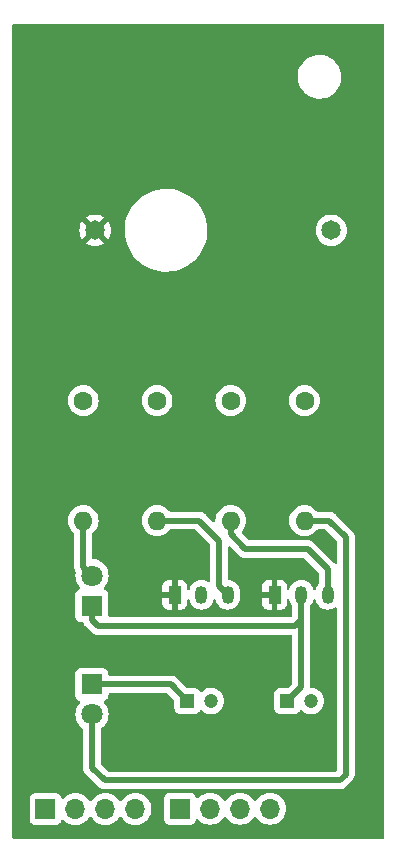
<source format=gbr>
%TF.GenerationSoftware,KiCad,Pcbnew,7.0.7*%
%TF.CreationDate,2024-04-14T11:19:25+09:00*%
%TF.ProjectId,PCB_AstMul,5043425f-4173-4744-9d75-6c2e6b696361,rev?*%
%TF.SameCoordinates,Original*%
%TF.FileFunction,Copper,L2,Bot*%
%TF.FilePolarity,Positive*%
%FSLAX46Y46*%
G04 Gerber Fmt 4.6, Leading zero omitted, Abs format (unit mm)*
G04 Created by KiCad (PCBNEW 7.0.7) date 2024-04-14 11:19:25*
%MOMM*%
%LPD*%
G01*
G04 APERTURE LIST*
%TA.AperFunction,ComponentPad*%
%ADD10R,1.050000X1.500000*%
%TD*%
%TA.AperFunction,ComponentPad*%
%ADD11O,1.050000X1.500000*%
%TD*%
%TA.AperFunction,ComponentPad*%
%ADD12R,1.800000X1.800000*%
%TD*%
%TA.AperFunction,ComponentPad*%
%ADD13C,1.800000*%
%TD*%
%TA.AperFunction,ComponentPad*%
%ADD14C,1.600000*%
%TD*%
%TA.AperFunction,ComponentPad*%
%ADD15O,1.600000X1.600000*%
%TD*%
%TA.AperFunction,ComponentPad*%
%ADD16R,1.200000X1.200000*%
%TD*%
%TA.AperFunction,ComponentPad*%
%ADD17C,1.200000*%
%TD*%
%TA.AperFunction,ComponentPad*%
%ADD18C,1.650000*%
%TD*%
%TA.AperFunction,ComponentPad*%
%ADD19R,1.700000X1.700000*%
%TD*%
%TA.AperFunction,ComponentPad*%
%ADD20O,1.700000X1.700000*%
%TD*%
%TA.AperFunction,ViaPad*%
%ADD21C,0.800000*%
%TD*%
%TA.AperFunction,ViaPad*%
%ADD22C,5.000000*%
%TD*%
%TA.AperFunction,Conductor*%
%ADD23C,0.500000*%
%TD*%
G04 APERTURE END LIST*
D10*
%TO.P,Q2,1,E*%
%TO.N,GND*%
X71691250Y-68360000D03*
D11*
%TO.P,Q2,2,C*%
%TO.N,Net-(D2-K)*%
X73961250Y-68360000D03*
%TO.P,Q2,3,B*%
%TO.N,Net-(Q2-B)*%
X76191250Y-68360000D03*
%TD*%
D12*
%TO.P,D1,1,K*%
%TO.N,Net-(D1-K)*%
X56231250Y-75955000D03*
D13*
%TO.P,D1,2,A*%
%TO.N,Net-(D1-A)*%
X56231250Y-78495000D03*
%TD*%
D14*
%TO.P,R1,1*%
%TO.N,+3V0*%
X74231250Y-51920000D03*
D15*
%TO.P,R1,2*%
%TO.N,Net-(D1-A)*%
X74231250Y-62080000D03*
%TD*%
D10*
%TO.P,Q1,1,E*%
%TO.N,GND*%
X63231250Y-68360000D03*
D11*
%TO.P,Q1,2,C*%
%TO.N,Net-(D1-K)*%
X65501250Y-68360000D03*
%TO.P,Q1,3,B*%
%TO.N,Net-(Q1-B)*%
X67731250Y-68360000D03*
%TD*%
D14*
%TO.P,R3,1*%
%TO.N,+3V0*%
X61743750Y-51920000D03*
D15*
%TO.P,R3,2*%
%TO.N,Net-(Q1-B)*%
X61743750Y-62080000D03*
%TD*%
D16*
%TO.P,C2,1*%
%TO.N,Net-(D2-K)*%
X72778871Y-77360000D03*
D17*
%TO.P,C2,2*%
%TO.N,Net-(Q1-B)*%
X74778871Y-77360000D03*
%TD*%
D18*
%TO.P,U1,1,1*%
%TO.N,GND*%
X56500000Y-37500000D03*
%TO.P,U1,2,2*%
%TO.N,+3V0*%
X76500000Y-37500000D03*
%TD*%
D12*
%TO.P,D2,1,K*%
%TO.N,Net-(D2-K)*%
X56231250Y-69275000D03*
D13*
%TO.P,D2,2,A*%
%TO.N,Net-(D2-A)*%
X56231250Y-66735000D03*
%TD*%
D16*
%TO.P,C1,1*%
%TO.N,Net-(D1-K)*%
X64318871Y-77360000D03*
D17*
%TO.P,C1,2*%
%TO.N,Net-(Q2-B)*%
X66318871Y-77360000D03*
%TD*%
D14*
%TO.P,R2,1*%
%TO.N,+3V0*%
X67987500Y-51920000D03*
D15*
%TO.P,R2,2*%
%TO.N,Net-(Q2-B)*%
X67987500Y-62080000D03*
%TD*%
D19*
%TO.P,REF\u002A\u002A,1*%
%TO.N,N/C*%
X63700000Y-86475000D03*
D20*
%TO.P,REF\u002A\u002A,2*%
X66240000Y-86475000D03*
%TO.P,REF\u002A\u002A,3*%
X68780000Y-86475000D03*
%TO.P,REF\u002A\u002A,4*%
X71320000Y-86475000D03*
%TD*%
D19*
%TO.P,REF\u002A\u002A,1*%
%TO.N,N/C*%
X52300000Y-86500000D03*
D20*
%TO.P,REF\u002A\u002A,2*%
X54840000Y-86500000D03*
%TO.P,REF\u002A\u002A,3*%
X57380000Y-86500000D03*
%TO.P,REF\u002A\u002A,4*%
X59920000Y-86500000D03*
%TD*%
D14*
%TO.P,R4,1*%
%TO.N,+3V0*%
X55500000Y-51920000D03*
D15*
%TO.P,R4,2*%
%TO.N,Net-(D2-A)*%
X55500000Y-62080000D03*
%TD*%
D21*
%TO.N,GND*%
X64500000Y-60500000D03*
X64500000Y-48500000D03*
D22*
X62500000Y-30000000D03*
%TD*%
D23*
%TO.N,GND*%
X64500000Y-48500000D02*
X64500000Y-60500000D01*
%TO.N,Net-(D1-K)*%
X56231250Y-75955000D02*
X62913871Y-75955000D01*
X62913871Y-75955000D02*
X64318871Y-77360000D01*
%TO.N,Net-(Q1-B)*%
X67731250Y-68360000D02*
X67000000Y-67628750D01*
X65311250Y-62080000D02*
X61743750Y-62080000D01*
X67000000Y-63768750D02*
X65311250Y-62080000D01*
X67000000Y-67628750D02*
X67000000Y-63768750D01*
%TO.N,Net-(D2-K)*%
X56731250Y-71000000D02*
X73461250Y-71000000D01*
X73961250Y-70500000D02*
X73961250Y-76177621D01*
X56231250Y-69275000D02*
X56231250Y-70500000D01*
X73461250Y-71000000D02*
X73961250Y-70500000D01*
X73961250Y-76177621D02*
X72778871Y-77360000D01*
X56231250Y-70500000D02*
X56731250Y-71000000D01*
X73961250Y-68360000D02*
X73961250Y-70500000D01*
%TO.N,Net-(Q2-B)*%
X76191250Y-66191250D02*
X76191250Y-68360000D01*
X67987500Y-63256250D02*
X69231250Y-64500000D01*
X67987500Y-62080000D02*
X67987500Y-63256250D01*
X69231250Y-64500000D02*
X74500000Y-64500000D01*
X74500000Y-64500000D02*
X76191250Y-66191250D01*
%TO.N,Net-(D1-A)*%
X57311250Y-84080000D02*
X56231250Y-83000000D01*
X74231250Y-62080000D02*
X76311250Y-62080000D01*
X76311250Y-62080000D02*
X77731250Y-63500000D01*
X77731250Y-63500000D02*
X77731250Y-83500000D01*
X77731250Y-83580000D02*
X77231250Y-84080000D01*
X56231250Y-83000000D02*
X56231250Y-78495000D01*
X77231250Y-84080000D02*
X57311250Y-84080000D01*
%TO.N,Net-(D2-A)*%
X55500000Y-66003750D02*
X56231250Y-66735000D01*
X55500000Y-62080000D02*
X55500000Y-66003750D01*
%TD*%
%TA.AperFunction,Conductor*%
%TO.N,GND*%
G36*
X80942539Y-20020185D02*
G01*
X80988294Y-20072989D01*
X80999500Y-20124500D01*
X80999500Y-88875500D01*
X80979815Y-88942539D01*
X80927011Y-88988294D01*
X80875500Y-88999500D01*
X49624500Y-88999500D01*
X49557461Y-88979815D01*
X49511706Y-88927011D01*
X49500500Y-88875500D01*
X49500500Y-87397870D01*
X50949500Y-87397870D01*
X50949501Y-87397876D01*
X50955908Y-87457483D01*
X51006202Y-87592328D01*
X51006206Y-87592335D01*
X51092452Y-87707544D01*
X51092455Y-87707547D01*
X51207664Y-87793793D01*
X51207671Y-87793797D01*
X51342517Y-87844091D01*
X51342516Y-87844091D01*
X51349444Y-87844835D01*
X51402127Y-87850500D01*
X53197872Y-87850499D01*
X53257483Y-87844091D01*
X53392331Y-87793796D01*
X53507546Y-87707546D01*
X53593796Y-87592331D01*
X53642810Y-87460916D01*
X53684681Y-87404984D01*
X53750145Y-87380566D01*
X53818418Y-87395417D01*
X53846673Y-87416569D01*
X53968599Y-87538495D01*
X54065384Y-87606264D01*
X54162165Y-87674032D01*
X54162167Y-87674033D01*
X54162170Y-87674035D01*
X54376337Y-87773903D01*
X54604592Y-87835063D01*
X54781034Y-87850500D01*
X54839999Y-87855659D01*
X54840000Y-87855659D01*
X54840001Y-87855659D01*
X54898966Y-87850500D01*
X55075408Y-87835063D01*
X55303663Y-87773903D01*
X55517830Y-87674035D01*
X55711401Y-87538495D01*
X55878495Y-87371401D01*
X56008424Y-87185842D01*
X56063002Y-87142217D01*
X56132500Y-87135023D01*
X56194855Y-87166546D01*
X56211575Y-87185842D01*
X56341500Y-87371395D01*
X56341505Y-87371401D01*
X56508599Y-87538495D01*
X56605384Y-87606264D01*
X56702165Y-87674032D01*
X56702167Y-87674033D01*
X56702170Y-87674035D01*
X56916337Y-87773903D01*
X57144592Y-87835063D01*
X57321034Y-87850500D01*
X57379999Y-87855659D01*
X57380000Y-87855659D01*
X57380001Y-87855659D01*
X57438966Y-87850500D01*
X57615408Y-87835063D01*
X57843663Y-87773903D01*
X58057830Y-87674035D01*
X58251401Y-87538495D01*
X58418495Y-87371401D01*
X58548424Y-87185842D01*
X58603002Y-87142217D01*
X58672500Y-87135023D01*
X58734855Y-87166546D01*
X58751575Y-87185842D01*
X58881500Y-87371395D01*
X58881505Y-87371401D01*
X59048599Y-87538495D01*
X59145384Y-87606264D01*
X59242165Y-87674032D01*
X59242167Y-87674033D01*
X59242170Y-87674035D01*
X59456337Y-87773903D01*
X59684592Y-87835063D01*
X59861034Y-87850500D01*
X59919999Y-87855659D01*
X59920000Y-87855659D01*
X59920001Y-87855659D01*
X59978966Y-87850500D01*
X60155408Y-87835063D01*
X60383663Y-87773903D01*
X60597830Y-87674035D01*
X60791401Y-87538495D01*
X60957026Y-87372870D01*
X62349500Y-87372870D01*
X62349501Y-87372876D01*
X62355908Y-87432483D01*
X62406202Y-87567328D01*
X62406206Y-87567335D01*
X62492452Y-87682544D01*
X62492455Y-87682547D01*
X62607664Y-87768793D01*
X62607671Y-87768797D01*
X62742517Y-87819091D01*
X62742516Y-87819091D01*
X62749444Y-87819835D01*
X62802127Y-87825500D01*
X64597872Y-87825499D01*
X64657483Y-87819091D01*
X64792331Y-87768796D01*
X64907546Y-87682546D01*
X64993796Y-87567331D01*
X65042810Y-87435916D01*
X65084681Y-87379984D01*
X65150145Y-87355566D01*
X65218418Y-87370417D01*
X65246672Y-87391568D01*
X65368599Y-87513495D01*
X65465384Y-87581264D01*
X65562165Y-87649032D01*
X65562167Y-87649033D01*
X65562170Y-87649035D01*
X65776337Y-87748903D01*
X66004592Y-87810063D01*
X66181034Y-87825500D01*
X66239999Y-87830659D01*
X66240000Y-87830659D01*
X66240001Y-87830659D01*
X66298966Y-87825500D01*
X66475408Y-87810063D01*
X66703663Y-87748903D01*
X66917830Y-87649035D01*
X67111401Y-87513495D01*
X67278495Y-87346401D01*
X67408424Y-87160842D01*
X67463002Y-87117217D01*
X67532500Y-87110023D01*
X67594855Y-87141546D01*
X67611575Y-87160842D01*
X67741500Y-87346395D01*
X67741505Y-87346401D01*
X67908599Y-87513495D01*
X68005384Y-87581264D01*
X68102165Y-87649032D01*
X68102167Y-87649033D01*
X68102170Y-87649035D01*
X68316337Y-87748903D01*
X68544592Y-87810063D01*
X68721034Y-87825500D01*
X68779999Y-87830659D01*
X68780000Y-87830659D01*
X68780001Y-87830659D01*
X68838966Y-87825500D01*
X69015408Y-87810063D01*
X69243663Y-87748903D01*
X69457830Y-87649035D01*
X69651401Y-87513495D01*
X69818495Y-87346401D01*
X69948424Y-87160842D01*
X70003002Y-87117217D01*
X70072500Y-87110023D01*
X70134855Y-87141546D01*
X70151575Y-87160842D01*
X70281500Y-87346395D01*
X70281505Y-87346401D01*
X70448599Y-87513495D01*
X70545384Y-87581264D01*
X70642165Y-87649032D01*
X70642167Y-87649033D01*
X70642170Y-87649035D01*
X70856337Y-87748903D01*
X71084592Y-87810063D01*
X71261034Y-87825500D01*
X71319999Y-87830659D01*
X71320000Y-87830659D01*
X71320001Y-87830659D01*
X71378966Y-87825500D01*
X71555408Y-87810063D01*
X71783663Y-87748903D01*
X71997830Y-87649035D01*
X72191401Y-87513495D01*
X72358495Y-87346401D01*
X72494035Y-87152830D01*
X72593903Y-86938663D01*
X72655063Y-86710408D01*
X72675659Y-86475000D01*
X72655063Y-86239592D01*
X72593903Y-86011337D01*
X72494035Y-85797171D01*
X72488425Y-85789158D01*
X72358494Y-85603597D01*
X72191402Y-85436506D01*
X72191395Y-85436501D01*
X71997834Y-85300967D01*
X71997830Y-85300965D01*
X71979574Y-85292452D01*
X71783663Y-85201097D01*
X71783659Y-85201096D01*
X71783655Y-85201094D01*
X71555413Y-85139938D01*
X71555403Y-85139936D01*
X71320001Y-85119341D01*
X71319999Y-85119341D01*
X71084596Y-85139936D01*
X71084586Y-85139938D01*
X70856344Y-85201094D01*
X70856335Y-85201098D01*
X70642171Y-85300964D01*
X70642169Y-85300965D01*
X70448597Y-85436505D01*
X70281505Y-85603597D01*
X70151575Y-85789158D01*
X70096998Y-85832783D01*
X70027500Y-85839977D01*
X69965145Y-85808454D01*
X69948425Y-85789158D01*
X69818494Y-85603597D01*
X69651402Y-85436506D01*
X69651395Y-85436501D01*
X69457834Y-85300967D01*
X69457830Y-85300965D01*
X69439574Y-85292452D01*
X69243663Y-85201097D01*
X69243659Y-85201096D01*
X69243655Y-85201094D01*
X69015413Y-85139938D01*
X69015403Y-85139936D01*
X68780001Y-85119341D01*
X68779999Y-85119341D01*
X68544596Y-85139936D01*
X68544586Y-85139938D01*
X68316344Y-85201094D01*
X68316335Y-85201098D01*
X68102171Y-85300964D01*
X68102169Y-85300965D01*
X67908597Y-85436505D01*
X67741505Y-85603597D01*
X67611575Y-85789158D01*
X67556998Y-85832783D01*
X67487500Y-85839977D01*
X67425145Y-85808454D01*
X67408425Y-85789158D01*
X67278494Y-85603597D01*
X67111402Y-85436506D01*
X67111395Y-85436501D01*
X66917834Y-85300967D01*
X66917830Y-85300965D01*
X66899574Y-85292452D01*
X66703663Y-85201097D01*
X66703659Y-85201096D01*
X66703655Y-85201094D01*
X66475413Y-85139938D01*
X66475403Y-85139936D01*
X66240001Y-85119341D01*
X66239999Y-85119341D01*
X66004596Y-85139936D01*
X66004586Y-85139938D01*
X65776344Y-85201094D01*
X65776335Y-85201098D01*
X65562171Y-85300964D01*
X65562169Y-85300965D01*
X65368600Y-85436503D01*
X65246673Y-85558430D01*
X65185350Y-85591914D01*
X65115658Y-85586930D01*
X65059725Y-85545058D01*
X65042810Y-85514081D01*
X64993797Y-85382671D01*
X64993793Y-85382664D01*
X64907547Y-85267455D01*
X64907544Y-85267452D01*
X64792335Y-85181206D01*
X64792328Y-85181202D01*
X64657482Y-85130908D01*
X64657483Y-85130908D01*
X64597883Y-85124501D01*
X64597881Y-85124500D01*
X64597873Y-85124500D01*
X64597864Y-85124500D01*
X62802129Y-85124500D01*
X62802123Y-85124501D01*
X62742516Y-85130908D01*
X62607671Y-85181202D01*
X62607664Y-85181206D01*
X62492455Y-85267452D01*
X62492452Y-85267455D01*
X62406206Y-85382664D01*
X62406202Y-85382671D01*
X62355908Y-85517517D01*
X62349501Y-85577116D01*
X62349500Y-85577135D01*
X62349500Y-87372870D01*
X60957026Y-87372870D01*
X60958495Y-87371401D01*
X61094035Y-87177830D01*
X61193903Y-86963663D01*
X61255063Y-86735408D01*
X61275659Y-86500000D01*
X61255063Y-86264592D01*
X61193903Y-86036337D01*
X61094035Y-85822171D01*
X61088425Y-85814158D01*
X60958494Y-85628597D01*
X60791402Y-85461506D01*
X60791395Y-85461501D01*
X60597834Y-85325967D01*
X60597830Y-85325965D01*
X60597828Y-85325964D01*
X60383663Y-85226097D01*
X60383659Y-85226096D01*
X60383655Y-85226094D01*
X60155413Y-85164938D01*
X60155403Y-85164936D01*
X59920001Y-85144341D01*
X59919999Y-85144341D01*
X59684596Y-85164936D01*
X59684586Y-85164938D01*
X59456344Y-85226094D01*
X59456335Y-85226098D01*
X59242171Y-85325964D01*
X59242169Y-85325965D01*
X59048597Y-85461505D01*
X58881508Y-85628594D01*
X58751574Y-85814160D01*
X58696997Y-85857784D01*
X58627498Y-85864977D01*
X58565144Y-85833455D01*
X58548429Y-85814164D01*
X58418495Y-85628599D01*
X58418493Y-85628596D01*
X58251402Y-85461506D01*
X58251395Y-85461501D01*
X58057834Y-85325967D01*
X58057830Y-85325965D01*
X58057828Y-85325964D01*
X57843663Y-85226097D01*
X57843659Y-85226096D01*
X57843655Y-85226094D01*
X57615413Y-85164938D01*
X57615403Y-85164936D01*
X57380001Y-85144341D01*
X57379999Y-85144341D01*
X57144596Y-85164936D01*
X57144586Y-85164938D01*
X56916344Y-85226094D01*
X56916335Y-85226098D01*
X56702171Y-85325964D01*
X56702169Y-85325965D01*
X56508597Y-85461505D01*
X56341505Y-85628597D01*
X56211575Y-85814158D01*
X56156998Y-85857783D01*
X56087500Y-85864977D01*
X56025145Y-85833454D01*
X56008425Y-85814158D01*
X55878494Y-85628597D01*
X55711402Y-85461506D01*
X55711395Y-85461501D01*
X55517834Y-85325967D01*
X55517830Y-85325965D01*
X55517828Y-85325964D01*
X55303663Y-85226097D01*
X55303659Y-85226096D01*
X55303655Y-85226094D01*
X55075413Y-85164938D01*
X55075403Y-85164936D01*
X54840001Y-85144341D01*
X54839999Y-85144341D01*
X54604596Y-85164936D01*
X54604586Y-85164938D01*
X54376344Y-85226094D01*
X54376335Y-85226098D01*
X54162171Y-85325964D01*
X54162169Y-85325965D01*
X53968600Y-85461503D01*
X53846673Y-85583430D01*
X53785350Y-85616914D01*
X53715658Y-85611930D01*
X53659725Y-85570058D01*
X53642810Y-85539081D01*
X53593797Y-85407671D01*
X53593793Y-85407664D01*
X53507547Y-85292455D01*
X53507544Y-85292452D01*
X53392335Y-85206206D01*
X53392328Y-85206202D01*
X53257482Y-85155908D01*
X53257483Y-85155908D01*
X53197883Y-85149501D01*
X53197881Y-85149500D01*
X53197873Y-85149500D01*
X53197864Y-85149500D01*
X51402129Y-85149500D01*
X51402123Y-85149501D01*
X51342516Y-85155908D01*
X51207671Y-85206202D01*
X51207664Y-85206206D01*
X51092455Y-85292452D01*
X51092452Y-85292455D01*
X51006206Y-85407664D01*
X51006202Y-85407671D01*
X50955908Y-85542517D01*
X50949501Y-85602116D01*
X50949500Y-85602135D01*
X50949500Y-87397870D01*
X49500500Y-87397870D01*
X49500500Y-62080001D01*
X54194532Y-62080001D01*
X54214364Y-62306686D01*
X54214366Y-62306697D01*
X54273258Y-62526488D01*
X54273261Y-62526497D01*
X54369431Y-62732732D01*
X54369432Y-62732734D01*
X54499954Y-62919141D01*
X54660859Y-63080046D01*
X54696621Y-63105086D01*
X54740247Y-63159662D01*
X54749500Y-63206662D01*
X54749500Y-65940044D01*
X54748191Y-65958013D01*
X54744710Y-65981775D01*
X54749264Y-66033814D01*
X54749500Y-66039220D01*
X54749500Y-66047459D01*
X54753306Y-66080024D01*
X54760000Y-66156541D01*
X54761461Y-66163617D01*
X54761403Y-66163628D01*
X54763034Y-66170987D01*
X54763092Y-66170974D01*
X54764757Y-66178000D01*
X54791025Y-66250174D01*
X54815185Y-66323081D01*
X54818236Y-66329624D01*
X54818182Y-66329648D01*
X54821470Y-66336438D01*
X54821521Y-66336413D01*
X54824760Y-66342862D01*
X54838851Y-66364287D01*
X54859242Y-66431115D01*
X54855455Y-66462862D01*
X54845115Y-66503693D01*
X54845115Y-66503695D01*
X54825950Y-66734993D01*
X54825950Y-66735006D01*
X54845114Y-66966297D01*
X54845116Y-66966308D01*
X54902092Y-67191300D01*
X54995325Y-67403848D01*
X55122266Y-67598147D01*
X55122269Y-67598151D01*
X55122271Y-67598153D01*
X55217053Y-67701114D01*
X55247974Y-67763767D01*
X55240114Y-67833193D01*
X55195966Y-67887348D01*
X55169156Y-67901277D01*
X55088919Y-67931203D01*
X55088914Y-67931206D01*
X54973705Y-68017452D01*
X54973702Y-68017455D01*
X54887456Y-68132664D01*
X54887452Y-68132671D01*
X54837158Y-68267517D01*
X54830751Y-68327116D01*
X54830751Y-68327123D01*
X54830750Y-68327135D01*
X54830750Y-70222870D01*
X54830751Y-70222876D01*
X54837158Y-70282483D01*
X54887452Y-70417328D01*
X54887456Y-70417335D01*
X54973702Y-70532544D01*
X54973705Y-70532547D01*
X55088914Y-70618793D01*
X55088921Y-70618797D01*
X55133868Y-70635561D01*
X55223767Y-70669091D01*
X55283377Y-70675500D01*
X55409232Y-70675499D01*
X55476271Y-70695183D01*
X55522026Y-70747987D01*
X55526938Y-70760494D01*
X55546435Y-70819331D01*
X55549486Y-70825874D01*
X55549432Y-70825898D01*
X55552720Y-70832688D01*
X55552771Y-70832663D01*
X55556011Y-70839113D01*
X55556012Y-70839114D01*
X55556013Y-70839117D01*
X55598215Y-70903283D01*
X55638537Y-70968655D01*
X55643016Y-70974319D01*
X55642969Y-70974356D01*
X55647732Y-70980202D01*
X55647778Y-70980164D01*
X55652423Y-70985700D01*
X55708267Y-71038385D01*
X56155520Y-71485638D01*
X56167301Y-71499270D01*
X56181638Y-71518528D01*
X56221659Y-71552111D01*
X56225647Y-71555766D01*
X56231466Y-71561585D01*
X56231470Y-71561588D01*
X56231473Y-71561591D01*
X56257209Y-71581940D01*
X56316036Y-71631302D01*
X56316037Y-71631302D01*
X56316039Y-71631304D01*
X56322068Y-71635270D01*
X56322035Y-71635319D01*
X56328397Y-71639372D01*
X56328429Y-71639321D01*
X56334569Y-71643108D01*
X56334573Y-71643111D01*
X56369382Y-71659343D01*
X56404191Y-71675575D01*
X56472815Y-71710039D01*
X56472817Y-71710040D01*
X56472819Y-71710040D01*
X56479607Y-71712511D01*
X56479586Y-71712567D01*
X56486707Y-71715043D01*
X56486726Y-71714986D01*
X56493572Y-71717254D01*
X56493577Y-71717257D01*
X56493582Y-71717258D01*
X56493585Y-71717259D01*
X56568815Y-71732792D01*
X56643529Y-71750500D01*
X56643532Y-71750500D01*
X56643536Y-71750501D01*
X56650703Y-71751339D01*
X56650696Y-71751398D01*
X56658194Y-71752164D01*
X56658200Y-71752105D01*
X56665389Y-71752734D01*
X56665393Y-71752733D01*
X56665394Y-71752734D01*
X56742167Y-71750500D01*
X73086750Y-71750500D01*
X73153789Y-71770185D01*
X73199544Y-71822989D01*
X73210750Y-71874500D01*
X73210750Y-75815391D01*
X73191065Y-75882430D01*
X73174431Y-75903072D01*
X72854321Y-76223181D01*
X72792998Y-76256666D01*
X72766640Y-76259500D01*
X72131000Y-76259500D01*
X72130994Y-76259501D01*
X72071387Y-76265908D01*
X71936542Y-76316202D01*
X71936535Y-76316206D01*
X71821326Y-76402452D01*
X71821323Y-76402455D01*
X71735077Y-76517664D01*
X71735073Y-76517671D01*
X71684779Y-76652517D01*
X71678372Y-76712116D01*
X71678371Y-76712135D01*
X71678371Y-78007870D01*
X71678372Y-78007876D01*
X71684779Y-78067483D01*
X71735073Y-78202328D01*
X71735077Y-78202335D01*
X71821323Y-78317544D01*
X71821326Y-78317547D01*
X71936535Y-78403793D01*
X71936542Y-78403797D01*
X72071388Y-78454091D01*
X72071387Y-78454091D01*
X72078315Y-78454835D01*
X72130998Y-78460500D01*
X73426743Y-78460499D01*
X73486354Y-78454091D01*
X73621202Y-78403796D01*
X73736417Y-78317546D01*
X73822667Y-78202331D01*
X73822668Y-78202326D01*
X73826918Y-78194546D01*
X73829133Y-78195755D01*
X73863001Y-78150509D01*
X73928464Y-78126088D01*
X73996738Y-78140937D01*
X74020855Y-78158135D01*
X74112829Y-78241980D01*
X74112831Y-78241982D01*
X74212012Y-78303392D01*
X74286234Y-78349348D01*
X74476415Y-78423024D01*
X74676895Y-78460500D01*
X74676897Y-78460500D01*
X74880845Y-78460500D01*
X74880847Y-78460500D01*
X75081327Y-78423024D01*
X75271508Y-78349348D01*
X75444912Y-78241981D01*
X75595635Y-78104579D01*
X75718544Y-77941821D01*
X75809453Y-77759250D01*
X75865268Y-77563083D01*
X75884086Y-77360000D01*
X75878414Y-77298793D01*
X75865268Y-77156917D01*
X75809946Y-76962483D01*
X75809453Y-76960750D01*
X75780635Y-76902876D01*
X75765143Y-76871764D01*
X75718544Y-76778179D01*
X75595635Y-76615421D01*
X75595633Y-76615418D01*
X75444912Y-76478019D01*
X75444910Y-76478017D01*
X75271513Y-76370655D01*
X75271506Y-76370651D01*
X75176417Y-76333814D01*
X75081327Y-76296976D01*
X74880847Y-76259500D01*
X74880845Y-76259500D01*
X74835750Y-76259500D01*
X74768711Y-76239815D01*
X74722956Y-76187011D01*
X74711750Y-76135500D01*
X74711750Y-70589344D01*
X74713414Y-70573055D01*
X74713355Y-70573050D01*
X74713984Y-70565860D01*
X74711750Y-70489082D01*
X74711750Y-69331386D01*
X74731435Y-69264347D01*
X74739897Y-69252721D01*
X74818047Y-69157495D01*
X74818051Y-69157488D01*
X74913271Y-68979345D01*
X74913272Y-68979342D01*
X74913273Y-68979341D01*
X74957590Y-68833246D01*
X74995887Y-68774809D01*
X75059699Y-68746353D01*
X75128766Y-68756913D01*
X75181159Y-68803137D01*
X75194909Y-68833244D01*
X75227149Y-68939527D01*
X75239228Y-68979345D01*
X75334448Y-69157488D01*
X75334453Y-69157495D01*
X75462602Y-69313647D01*
X75571134Y-69402716D01*
X75618756Y-69441798D01*
X75618759Y-69441799D01*
X75618761Y-69441801D01*
X75796904Y-69537021D01*
X75796906Y-69537021D01*
X75796909Y-69537023D01*
X75990217Y-69595662D01*
X76191250Y-69615462D01*
X76392283Y-69595662D01*
X76585591Y-69537023D01*
X76763744Y-69441798D01*
X76778084Y-69430029D01*
X76842395Y-69402716D01*
X76911262Y-69414507D01*
X76962823Y-69461659D01*
X76980750Y-69525882D01*
X76980750Y-83205500D01*
X76961065Y-83272539D01*
X76908261Y-83318294D01*
X76856750Y-83329500D01*
X57673479Y-83329500D01*
X57606440Y-83309815D01*
X57585798Y-83293181D01*
X57018068Y-82725451D01*
X56984583Y-82664128D01*
X56981749Y-82637770D01*
X56981749Y-79746194D01*
X57001434Y-79679159D01*
X57029583Y-79648347D01*
X57183034Y-79528913D01*
X57340229Y-79358153D01*
X57467174Y-79163849D01*
X57560407Y-78951300D01*
X57617384Y-78726305D01*
X57636550Y-78495000D01*
X57636550Y-78494993D01*
X57617385Y-78263702D01*
X57617383Y-78263691D01*
X57560407Y-78038699D01*
X57467174Y-77826151D01*
X57340233Y-77631852D01*
X57340230Y-77631849D01*
X57340229Y-77631847D01*
X57245445Y-77528884D01*
X57214525Y-77466232D01*
X57222385Y-77396806D01*
X57266533Y-77342651D01*
X57293345Y-77328722D01*
X57373576Y-77298798D01*
X57373576Y-77298797D01*
X57373581Y-77298796D01*
X57488796Y-77212546D01*
X57575046Y-77097331D01*
X57625341Y-76962483D01*
X57631750Y-76902873D01*
X57631750Y-76829500D01*
X57651435Y-76762461D01*
X57704239Y-76716706D01*
X57755750Y-76705500D01*
X62551641Y-76705500D01*
X62618680Y-76725185D01*
X62639322Y-76741819D01*
X63182052Y-77284549D01*
X63215537Y-77345872D01*
X63218371Y-77372230D01*
X63218371Y-78007870D01*
X63218372Y-78007876D01*
X63224779Y-78067483D01*
X63275073Y-78202328D01*
X63275077Y-78202335D01*
X63361323Y-78317544D01*
X63361326Y-78317547D01*
X63476535Y-78403793D01*
X63476542Y-78403797D01*
X63611388Y-78454091D01*
X63611387Y-78454091D01*
X63618315Y-78454835D01*
X63670998Y-78460500D01*
X64966743Y-78460499D01*
X65026354Y-78454091D01*
X65161202Y-78403796D01*
X65276417Y-78317546D01*
X65362667Y-78202331D01*
X65362668Y-78202326D01*
X65366918Y-78194546D01*
X65369133Y-78195755D01*
X65403001Y-78150509D01*
X65468464Y-78126088D01*
X65536738Y-78140937D01*
X65560855Y-78158135D01*
X65652829Y-78241980D01*
X65652831Y-78241982D01*
X65752012Y-78303392D01*
X65826234Y-78349348D01*
X66016415Y-78423024D01*
X66216895Y-78460500D01*
X66216897Y-78460500D01*
X66420845Y-78460500D01*
X66420847Y-78460500D01*
X66621327Y-78423024D01*
X66811508Y-78349348D01*
X66984912Y-78241981D01*
X67135635Y-78104579D01*
X67258544Y-77941821D01*
X67349453Y-77759250D01*
X67405268Y-77563083D01*
X67424086Y-77360000D01*
X67418414Y-77298793D01*
X67405268Y-77156917D01*
X67349946Y-76962483D01*
X67349453Y-76960750D01*
X67320635Y-76902876D01*
X67305143Y-76871764D01*
X67258544Y-76778179D01*
X67135635Y-76615421D01*
X67135633Y-76615418D01*
X66984912Y-76478019D01*
X66984910Y-76478017D01*
X66811513Y-76370655D01*
X66811506Y-76370651D01*
X66716417Y-76333814D01*
X66621327Y-76296976D01*
X66420847Y-76259500D01*
X66216895Y-76259500D01*
X66016415Y-76296976D01*
X66016412Y-76296976D01*
X66016412Y-76296977D01*
X65826235Y-76370651D01*
X65826228Y-76370655D01*
X65652833Y-76478016D01*
X65560855Y-76561865D01*
X65498050Y-76592481D01*
X65428663Y-76584283D01*
X65374724Y-76539873D01*
X65367198Y-76525301D01*
X65366918Y-76525454D01*
X65362664Y-76517664D01*
X65276418Y-76402455D01*
X65276415Y-76402452D01*
X65161206Y-76316206D01*
X65161199Y-76316202D01*
X65026353Y-76265908D01*
X65026354Y-76265908D01*
X64966754Y-76259501D01*
X64966752Y-76259500D01*
X64966744Y-76259500D01*
X64966736Y-76259500D01*
X64331101Y-76259500D01*
X64264062Y-76239815D01*
X64243420Y-76223181D01*
X63489600Y-75469361D01*
X63477820Y-75455730D01*
X63470353Y-75445701D01*
X63463483Y-75436472D01*
X63463481Y-75436470D01*
X63423458Y-75402886D01*
X63419483Y-75399244D01*
X63416561Y-75396322D01*
X63413651Y-75393411D01*
X63387911Y-75373059D01*
X63329080Y-75323694D01*
X63323051Y-75319729D01*
X63323083Y-75319680D01*
X63316724Y-75315628D01*
X63316693Y-75315679D01*
X63310551Y-75311891D01*
X63310549Y-75311890D01*
X63310548Y-75311889D01*
X63271345Y-75293608D01*
X63240929Y-75279424D01*
X63206765Y-75262267D01*
X63172304Y-75244960D01*
X63172302Y-75244959D01*
X63172301Y-75244959D01*
X63165516Y-75242489D01*
X63165536Y-75242433D01*
X63158420Y-75239959D01*
X63158402Y-75240015D01*
X63151542Y-75237742D01*
X63123712Y-75231996D01*
X63076305Y-75222207D01*
X63027343Y-75210603D01*
X63001590Y-75204499D01*
X62994418Y-75203661D01*
X62994424Y-75203601D01*
X62986926Y-75202835D01*
X62986921Y-75202895D01*
X62979731Y-75202265D01*
X62902954Y-75204500D01*
X57755749Y-75204500D01*
X57688710Y-75184815D01*
X57642955Y-75132011D01*
X57631749Y-75080500D01*
X57631749Y-75007129D01*
X57631748Y-75007123D01*
X57631747Y-75007116D01*
X57625341Y-74947517D01*
X57575046Y-74812669D01*
X57575045Y-74812668D01*
X57575043Y-74812664D01*
X57488797Y-74697455D01*
X57488794Y-74697452D01*
X57373585Y-74611206D01*
X57373578Y-74611202D01*
X57238732Y-74560908D01*
X57238733Y-74560908D01*
X57179133Y-74554501D01*
X57179131Y-74554500D01*
X57179123Y-74554500D01*
X57179114Y-74554500D01*
X55283379Y-74554500D01*
X55283373Y-74554501D01*
X55223766Y-74560908D01*
X55088921Y-74611202D01*
X55088914Y-74611206D01*
X54973705Y-74697452D01*
X54973702Y-74697455D01*
X54887456Y-74812664D01*
X54887452Y-74812671D01*
X54837158Y-74947517D01*
X54830751Y-75007116D01*
X54830751Y-75007123D01*
X54830750Y-75007135D01*
X54830750Y-76902870D01*
X54830751Y-76902876D01*
X54837158Y-76962483D01*
X54887452Y-77097328D01*
X54887456Y-77097335D01*
X54973702Y-77212544D01*
X54973705Y-77212547D01*
X55088914Y-77298793D01*
X55088923Y-77298798D01*
X55169154Y-77328722D01*
X55225088Y-77370593D01*
X55249506Y-77436057D01*
X55234655Y-77504330D01*
X55217052Y-77528886D01*
X55122269Y-77631849D01*
X54995325Y-77826151D01*
X54902092Y-78038699D01*
X54845116Y-78263691D01*
X54845114Y-78263702D01*
X54825950Y-78494993D01*
X54825950Y-78495006D01*
X54845114Y-78726297D01*
X54845116Y-78726308D01*
X54902092Y-78951300D01*
X54995325Y-79163848D01*
X55122266Y-79358147D01*
X55122269Y-79358151D01*
X55122271Y-79358153D01*
X55279466Y-79528913D01*
X55279469Y-79528915D01*
X55279472Y-79528918D01*
X55432911Y-79648345D01*
X55473724Y-79705055D01*
X55480749Y-79746198D01*
X55480749Y-82936298D01*
X55479440Y-82954268D01*
X55475961Y-82978020D01*
X55475960Y-82978027D01*
X55480514Y-83030063D01*
X55480750Y-83035470D01*
X55480750Y-83043709D01*
X55484556Y-83076274D01*
X55491250Y-83152791D01*
X55492711Y-83159867D01*
X55492653Y-83159878D01*
X55494284Y-83167237D01*
X55494342Y-83167224D01*
X55496007Y-83174250D01*
X55522275Y-83246424D01*
X55546435Y-83319331D01*
X55549486Y-83325874D01*
X55549432Y-83325898D01*
X55552720Y-83332688D01*
X55552771Y-83332663D01*
X55556011Y-83339113D01*
X55556012Y-83339114D01*
X55556013Y-83339117D01*
X55598215Y-83403283D01*
X55638537Y-83468655D01*
X55643016Y-83474319D01*
X55642969Y-83474356D01*
X55647732Y-83480202D01*
X55647778Y-83480164D01*
X55652423Y-83485700D01*
X55708268Y-83538386D01*
X56735519Y-84565637D01*
X56747299Y-84579268D01*
X56761639Y-84598530D01*
X56761641Y-84598532D01*
X56801659Y-84632110D01*
X56805649Y-84635766D01*
X56811477Y-84641594D01*
X56837197Y-84661931D01*
X56896038Y-84711304D01*
X56902068Y-84715270D01*
X56902035Y-84715319D01*
X56908393Y-84719369D01*
X56908425Y-84719319D01*
X56914570Y-84723109D01*
X56914573Y-84723111D01*
X56984186Y-84755572D01*
X57052817Y-84790040D01*
X57052822Y-84790041D01*
X57059611Y-84792513D01*
X57059590Y-84792570D01*
X57066705Y-84795043D01*
X57066725Y-84794986D01*
X57073580Y-84797258D01*
X57148808Y-84812789D01*
X57148808Y-84812790D01*
X57223529Y-84830500D01*
X57223539Y-84830500D01*
X57230702Y-84831338D01*
X57230694Y-84831397D01*
X57238195Y-84832164D01*
X57238201Y-84832105D01*
X57245390Y-84832734D01*
X57245394Y-84832733D01*
X57245395Y-84832734D01*
X57322168Y-84830500D01*
X77167545Y-84830500D01*
X77185515Y-84831809D01*
X77209273Y-84835289D01*
X77261318Y-84830735D01*
X77266720Y-84830500D01*
X77274954Y-84830500D01*
X77274959Y-84830500D01*
X77286577Y-84829141D01*
X77307526Y-84826693D01*
X77320278Y-84825577D01*
X77384047Y-84819999D01*
X77384055Y-84819996D01*
X77391116Y-84818539D01*
X77391128Y-84818598D01*
X77398493Y-84816965D01*
X77398479Y-84816906D01*
X77405496Y-84815241D01*
X77405505Y-84815241D01*
X77477673Y-84788974D01*
X77550584Y-84764814D01*
X77550593Y-84764807D01*
X77557132Y-84761760D01*
X77557158Y-84761816D01*
X77563940Y-84758532D01*
X77563913Y-84758478D01*
X77570356Y-84755240D01*
X77570367Y-84755237D01*
X77634533Y-84713034D01*
X77699906Y-84672712D01*
X77699912Y-84672705D01*
X77705575Y-84668229D01*
X77705613Y-84668277D01*
X77711450Y-84663522D01*
X77711411Y-84663475D01*
X77716946Y-84658830D01*
X77769635Y-84602982D01*
X78292835Y-84079783D01*
X78292835Y-84079782D01*
X78292841Y-84079777D01*
X78374361Y-83976677D01*
X78448507Y-83817673D01*
X78483984Y-83645856D01*
X78481750Y-83569082D01*
X78481750Y-63563704D01*
X78483059Y-63545735D01*
X78486539Y-63521974D01*
X78481986Y-63469939D01*
X78481750Y-63464532D01*
X78481750Y-63456296D01*
X78481750Y-63456291D01*
X78477941Y-63423705D01*
X78471248Y-63347203D01*
X78471245Y-63347194D01*
X78469788Y-63340135D01*
X78469848Y-63340122D01*
X78468215Y-63332757D01*
X78468156Y-63332772D01*
X78466491Y-63325749D01*
X78466491Y-63325745D01*
X78440221Y-63253568D01*
X78424679Y-63206663D01*
X78416066Y-63180670D01*
X78413011Y-63174118D01*
X78413065Y-63174092D01*
X78409783Y-63167312D01*
X78409730Y-63167340D01*
X78406488Y-63160886D01*
X78406487Y-63160883D01*
X78364288Y-63096723D01*
X78323962Y-63031344D01*
X78323961Y-63031343D01*
X78323960Y-63031341D01*
X78319484Y-63025681D01*
X78319530Y-63025643D01*
X78314769Y-63019799D01*
X78314724Y-63019838D01*
X78310084Y-63014308D01*
X78254232Y-62961613D01*
X76886979Y-61594361D01*
X76875199Y-61580730D01*
X76867732Y-61570701D01*
X76860862Y-61561472D01*
X76860860Y-61561470D01*
X76820837Y-61527886D01*
X76816862Y-61524244D01*
X76813940Y-61521322D01*
X76811030Y-61518411D01*
X76785290Y-61498059D01*
X76726459Y-61448694D01*
X76720430Y-61444729D01*
X76720462Y-61444680D01*
X76714103Y-61440628D01*
X76714072Y-61440679D01*
X76707930Y-61436891D01*
X76707928Y-61436890D01*
X76707927Y-61436889D01*
X76668724Y-61418608D01*
X76638308Y-61404424D01*
X76604144Y-61387267D01*
X76569683Y-61369960D01*
X76569681Y-61369959D01*
X76569680Y-61369959D01*
X76562895Y-61367489D01*
X76562915Y-61367433D01*
X76555799Y-61364959D01*
X76555781Y-61365015D01*
X76548921Y-61362742D01*
X76521091Y-61356996D01*
X76473684Y-61347207D01*
X76424722Y-61335603D01*
X76398969Y-61329499D01*
X76391797Y-61328661D01*
X76391803Y-61328601D01*
X76384305Y-61327835D01*
X76384300Y-61327895D01*
X76377110Y-61327265D01*
X76300333Y-61329500D01*
X75357913Y-61329500D01*
X75290874Y-61309815D01*
X75256338Y-61276623D01*
X75231295Y-61240858D01*
X75070391Y-61079954D01*
X74883984Y-60949432D01*
X74883982Y-60949431D01*
X74677747Y-60853261D01*
X74677738Y-60853258D01*
X74457947Y-60794366D01*
X74457943Y-60794365D01*
X74457942Y-60794365D01*
X74457941Y-60794364D01*
X74457936Y-60794364D01*
X74231252Y-60774532D01*
X74231248Y-60774532D01*
X74004563Y-60794364D01*
X74004552Y-60794366D01*
X73784761Y-60853258D01*
X73784752Y-60853261D01*
X73578517Y-60949431D01*
X73578515Y-60949432D01*
X73392108Y-61079954D01*
X73231204Y-61240858D01*
X73100682Y-61427265D01*
X73100681Y-61427267D01*
X73004511Y-61633502D01*
X73004508Y-61633511D01*
X72945616Y-61853302D01*
X72945614Y-61853313D01*
X72925782Y-62079998D01*
X72925782Y-62080001D01*
X72945614Y-62306686D01*
X72945616Y-62306697D01*
X73004508Y-62526488D01*
X73004511Y-62526497D01*
X73100681Y-62732732D01*
X73100682Y-62732734D01*
X73231204Y-62919141D01*
X73392108Y-63080045D01*
X73392111Y-63080047D01*
X73578516Y-63210568D01*
X73784754Y-63306739D01*
X74004558Y-63365635D01*
X74166480Y-63379801D01*
X74231248Y-63385468D01*
X74231250Y-63385468D01*
X74231252Y-63385468D01*
X74287923Y-63380509D01*
X74457942Y-63365635D01*
X74677746Y-63306739D01*
X74883984Y-63210568D01*
X75070389Y-63080047D01*
X75231297Y-62919139D01*
X75256336Y-62883377D01*
X75310915Y-62839752D01*
X75357913Y-62830500D01*
X75949020Y-62830500D01*
X76016059Y-62850185D01*
X76036701Y-62866819D01*
X76944431Y-63774548D01*
X76977916Y-63835871D01*
X76980750Y-63862229D01*
X76980750Y-65616846D01*
X76961065Y-65683885D01*
X76908261Y-65729640D01*
X76839103Y-65739584D01*
X76775547Y-65710559D01*
X76771656Y-65707040D01*
X76714215Y-65652848D01*
X75075729Y-64014361D01*
X75063949Y-64000730D01*
X75056482Y-63990701D01*
X75049612Y-63981472D01*
X75049610Y-63981470D01*
X75009587Y-63947886D01*
X75005612Y-63944244D01*
X75002690Y-63941322D01*
X74999780Y-63938411D01*
X74974040Y-63918059D01*
X74915209Y-63868694D01*
X74909180Y-63864729D01*
X74909212Y-63864680D01*
X74902853Y-63860628D01*
X74902822Y-63860679D01*
X74896680Y-63856891D01*
X74896678Y-63856890D01*
X74896677Y-63856889D01*
X74851605Y-63835871D01*
X74827058Y-63824424D01*
X74792894Y-63807267D01*
X74758433Y-63789960D01*
X74758431Y-63789959D01*
X74758430Y-63789959D01*
X74751645Y-63787489D01*
X74751665Y-63787433D01*
X74744549Y-63784959D01*
X74744531Y-63785015D01*
X74737671Y-63782742D01*
X74709841Y-63776996D01*
X74662434Y-63767207D01*
X74613472Y-63755603D01*
X74587719Y-63749499D01*
X74580547Y-63748661D01*
X74580553Y-63748601D01*
X74573055Y-63747835D01*
X74573050Y-63747895D01*
X74565860Y-63747265D01*
X74489083Y-63749500D01*
X69593480Y-63749500D01*
X69526441Y-63729815D01*
X69505799Y-63713181D01*
X68937333Y-63144715D01*
X68903848Y-63083392D01*
X68908832Y-63013700D01*
X68937334Y-62969352D01*
X68987546Y-62919140D01*
X68987547Y-62919139D01*
X69118068Y-62732734D01*
X69214239Y-62526496D01*
X69273135Y-62306692D01*
X69292968Y-62080000D01*
X69273135Y-61853308D01*
X69214239Y-61633504D01*
X69118068Y-61427266D01*
X68987547Y-61240861D01*
X68987545Y-61240858D01*
X68826641Y-61079954D01*
X68640234Y-60949432D01*
X68640232Y-60949431D01*
X68433997Y-60853261D01*
X68433988Y-60853258D01*
X68214197Y-60794366D01*
X68214193Y-60794365D01*
X68214192Y-60794365D01*
X68214191Y-60794364D01*
X68214186Y-60794364D01*
X67987502Y-60774532D01*
X67987498Y-60774532D01*
X67760813Y-60794364D01*
X67760802Y-60794366D01*
X67541011Y-60853258D01*
X67541002Y-60853261D01*
X67334767Y-60949431D01*
X67334765Y-60949432D01*
X67148358Y-61079954D01*
X66987454Y-61240858D01*
X66856932Y-61427265D01*
X66856931Y-61427267D01*
X66760761Y-61633502D01*
X66760758Y-61633511D01*
X66701866Y-61853302D01*
X66701864Y-61853313D01*
X66682032Y-62079998D01*
X66682032Y-62085414D01*
X66680857Y-62085414D01*
X66668230Y-62148202D01*
X66619609Y-62198379D01*
X66551578Y-62214304D01*
X66485738Y-62190921D01*
X66470795Y-62178177D01*
X65886979Y-61594361D01*
X65875199Y-61580730D01*
X65867732Y-61570701D01*
X65860862Y-61561472D01*
X65860860Y-61561470D01*
X65820837Y-61527886D01*
X65816862Y-61524244D01*
X65813940Y-61521322D01*
X65811030Y-61518411D01*
X65785290Y-61498059D01*
X65726459Y-61448694D01*
X65720430Y-61444729D01*
X65720462Y-61444680D01*
X65714103Y-61440628D01*
X65714072Y-61440679D01*
X65707930Y-61436891D01*
X65707928Y-61436890D01*
X65707927Y-61436889D01*
X65668724Y-61418608D01*
X65638308Y-61404424D01*
X65604144Y-61387267D01*
X65569683Y-61369960D01*
X65569681Y-61369959D01*
X65569680Y-61369959D01*
X65562895Y-61367489D01*
X65562915Y-61367433D01*
X65555799Y-61364959D01*
X65555781Y-61365015D01*
X65548921Y-61362742D01*
X65521091Y-61356996D01*
X65473684Y-61347207D01*
X65424722Y-61335603D01*
X65398969Y-61329499D01*
X65391797Y-61328661D01*
X65391803Y-61328601D01*
X65384305Y-61327835D01*
X65384300Y-61327895D01*
X65377110Y-61327265D01*
X65300333Y-61329500D01*
X62870413Y-61329500D01*
X62803374Y-61309815D01*
X62768838Y-61276623D01*
X62743795Y-61240858D01*
X62582891Y-61079954D01*
X62396484Y-60949432D01*
X62396482Y-60949431D01*
X62190247Y-60853261D01*
X62190238Y-60853258D01*
X61970447Y-60794366D01*
X61970443Y-60794365D01*
X61970442Y-60794365D01*
X61970441Y-60794364D01*
X61970436Y-60794364D01*
X61743752Y-60774532D01*
X61743748Y-60774532D01*
X61517063Y-60794364D01*
X61517052Y-60794366D01*
X61297261Y-60853258D01*
X61297252Y-60853261D01*
X61091017Y-60949431D01*
X61091015Y-60949432D01*
X60904608Y-61079954D01*
X60743704Y-61240858D01*
X60613182Y-61427265D01*
X60613181Y-61427267D01*
X60517011Y-61633502D01*
X60517008Y-61633511D01*
X60458116Y-61853302D01*
X60458114Y-61853313D01*
X60438282Y-62079998D01*
X60438282Y-62080001D01*
X60458114Y-62306686D01*
X60458116Y-62306697D01*
X60517008Y-62526488D01*
X60517011Y-62526497D01*
X60613181Y-62732732D01*
X60613182Y-62732734D01*
X60743704Y-62919141D01*
X60904608Y-63080045D01*
X60904611Y-63080047D01*
X61091016Y-63210568D01*
X61297254Y-63306739D01*
X61517058Y-63365635D01*
X61678980Y-63379801D01*
X61743748Y-63385468D01*
X61743750Y-63385468D01*
X61743752Y-63385468D01*
X61800423Y-63380509D01*
X61970442Y-63365635D01*
X62190246Y-63306739D01*
X62396484Y-63210568D01*
X62582889Y-63080047D01*
X62743797Y-62919139D01*
X62768836Y-62883377D01*
X62823415Y-62839752D01*
X62870413Y-62830500D01*
X64949020Y-62830500D01*
X65016059Y-62850185D01*
X65036701Y-62866819D01*
X66213181Y-64043298D01*
X66246666Y-64104621D01*
X66249500Y-64130979D01*
X66249500Y-67165263D01*
X66229815Y-67232302D01*
X66177011Y-67278057D01*
X66107853Y-67288001D01*
X66067047Y-67274621D01*
X65895595Y-67182978D01*
X65702281Y-67124337D01*
X65520490Y-67106433D01*
X65501250Y-67104538D01*
X65501249Y-67104538D01*
X65300218Y-67124337D01*
X65106904Y-67182978D01*
X64928761Y-67278198D01*
X64928754Y-67278203D01*
X64772602Y-67406352D01*
X64644453Y-67562504D01*
X64644448Y-67562511D01*
X64549228Y-67740654D01*
X64498911Y-67906530D01*
X64460613Y-67964969D01*
X64396801Y-67993425D01*
X64327734Y-67982865D01*
X64275340Y-67936641D01*
X64256250Y-67870535D01*
X64256250Y-67562172D01*
X64256249Y-67562155D01*
X64249848Y-67502627D01*
X64249846Y-67502620D01*
X64199604Y-67367913D01*
X64199600Y-67367906D01*
X64113440Y-67252812D01*
X64113437Y-67252809D01*
X63998343Y-67166649D01*
X63998336Y-67166645D01*
X63863629Y-67116403D01*
X63863622Y-67116401D01*
X63804094Y-67110000D01*
X63481249Y-67110000D01*
X63481249Y-67875669D01*
X63461564Y-67942709D01*
X63408760Y-67988463D01*
X63339602Y-67998407D01*
X63316987Y-67992951D01*
X63293826Y-67985000D01*
X63200177Y-67985000D01*
X63200176Y-67985000D01*
X63125658Y-67997434D01*
X63056293Y-67989052D01*
X63002472Y-67944498D01*
X62981281Y-67877919D01*
X62981250Y-67875125D01*
X62981250Y-67110000D01*
X62658405Y-67110000D01*
X62598877Y-67116401D01*
X62598870Y-67116403D01*
X62464163Y-67166645D01*
X62464156Y-67166649D01*
X62349062Y-67252809D01*
X62349059Y-67252812D01*
X62262899Y-67367906D01*
X62262895Y-67367913D01*
X62212653Y-67502620D01*
X62212651Y-67502627D01*
X62206250Y-67562155D01*
X62206250Y-68110000D01*
X62743058Y-68110000D01*
X62810097Y-68129685D01*
X62855852Y-68182489D01*
X62865796Y-68251647D01*
X62863263Y-68264441D01*
X62862698Y-68266670D01*
X62852363Y-68391392D01*
X62868613Y-68455560D01*
X62865988Y-68525381D01*
X62826031Y-68582698D01*
X62761430Y-68609314D01*
X62748407Y-68610000D01*
X62206250Y-68610000D01*
X62206250Y-69157844D01*
X62212651Y-69217372D01*
X62212653Y-69217379D01*
X62262895Y-69352086D01*
X62262899Y-69352093D01*
X62349059Y-69467187D01*
X62349062Y-69467190D01*
X62464156Y-69553350D01*
X62464163Y-69553354D01*
X62598870Y-69603596D01*
X62598877Y-69603598D01*
X62658405Y-69609999D01*
X62658422Y-69610000D01*
X62981250Y-69610000D01*
X62981250Y-68844330D01*
X63000935Y-68777291D01*
X63053739Y-68731536D01*
X63122897Y-68721592D01*
X63145512Y-68727048D01*
X63168674Y-68735000D01*
X63262322Y-68735000D01*
X63262323Y-68735000D01*
X63336842Y-68722565D01*
X63406205Y-68730947D01*
X63460027Y-68775500D01*
X63481218Y-68842078D01*
X63481250Y-68844874D01*
X63481250Y-69610000D01*
X63804078Y-69610000D01*
X63804094Y-69609999D01*
X63863622Y-69603598D01*
X63863629Y-69603596D01*
X63998336Y-69553354D01*
X63998343Y-69553350D01*
X64113437Y-69467190D01*
X64113440Y-69467187D01*
X64199600Y-69352093D01*
X64199604Y-69352086D01*
X64249846Y-69217379D01*
X64249848Y-69217372D01*
X64256249Y-69157844D01*
X64256250Y-69157827D01*
X64256250Y-68849464D01*
X64275935Y-68782425D01*
X64328739Y-68736670D01*
X64397897Y-68726726D01*
X64461453Y-68755751D01*
X64498910Y-68813467D01*
X64532507Y-68924224D01*
X64549228Y-68979345D01*
X64644448Y-69157488D01*
X64644453Y-69157495D01*
X64772602Y-69313647D01*
X64881134Y-69402716D01*
X64928756Y-69441798D01*
X64928759Y-69441799D01*
X64928761Y-69441801D01*
X65106904Y-69537021D01*
X65106906Y-69537021D01*
X65106909Y-69537023D01*
X65300217Y-69595662D01*
X65501250Y-69615462D01*
X65702283Y-69595662D01*
X65895591Y-69537023D01*
X66073744Y-69441798D01*
X66229897Y-69313647D01*
X66358048Y-69157494D01*
X66453273Y-68979341D01*
X66497590Y-68833245D01*
X66535885Y-68774810D01*
X66599697Y-68746353D01*
X66668764Y-68756912D01*
X66721158Y-68803136D01*
X66734909Y-68833247D01*
X66779227Y-68979342D01*
X66874448Y-69157488D01*
X66874453Y-69157495D01*
X67002602Y-69313647D01*
X67111134Y-69402716D01*
X67158756Y-69441798D01*
X67158759Y-69441799D01*
X67158761Y-69441801D01*
X67336904Y-69537021D01*
X67336906Y-69537021D01*
X67336909Y-69537023D01*
X67530217Y-69595662D01*
X67731250Y-69615462D01*
X67932283Y-69595662D01*
X68125591Y-69537023D01*
X68303744Y-69441798D01*
X68459897Y-69313647D01*
X68588048Y-69157494D01*
X68683273Y-68979341D01*
X68741912Y-68786033D01*
X68756750Y-68635380D01*
X68756750Y-68084620D01*
X68741912Y-67933967D01*
X68683273Y-67740659D01*
X68683271Y-67740656D01*
X68683271Y-67740654D01*
X68588051Y-67562511D01*
X68588049Y-67562509D01*
X68588048Y-67562506D01*
X68538901Y-67502620D01*
X68459897Y-67406352D01*
X68303745Y-67278203D01*
X68303738Y-67278198D01*
X68125595Y-67182978D01*
X68028937Y-67153657D01*
X67932283Y-67124338D01*
X67932281Y-67124337D01*
X67932283Y-67124337D01*
X67862345Y-67117449D01*
X67797558Y-67091287D01*
X67757199Y-67034253D01*
X67750500Y-66994046D01*
X67750500Y-64379979D01*
X67770185Y-64312940D01*
X67822989Y-64267185D01*
X67892147Y-64257241D01*
X67955703Y-64286266D01*
X67962181Y-64292298D01*
X68655517Y-64985634D01*
X68667298Y-64999266D01*
X68681640Y-65018530D01*
X68721670Y-65052119D01*
X68725642Y-65055759D01*
X68731473Y-65061590D01*
X68731472Y-65061590D01*
X68757194Y-65081927D01*
X68816036Y-65131302D01*
X68816044Y-65131306D01*
X68822074Y-65135273D01*
X68822040Y-65135323D01*
X68828397Y-65139372D01*
X68828429Y-65139321D01*
X68834569Y-65143108D01*
X68834573Y-65143111D01*
X68869382Y-65159343D01*
X68904191Y-65175575D01*
X68972815Y-65210039D01*
X68972817Y-65210040D01*
X68972819Y-65210040D01*
X68979607Y-65212511D01*
X68979586Y-65212567D01*
X68986705Y-65215042D01*
X68986724Y-65214986D01*
X68993573Y-65217256D01*
X68993576Y-65217256D01*
X68993577Y-65217257D01*
X69068800Y-65232788D01*
X69143529Y-65250500D01*
X69150702Y-65251339D01*
X69150695Y-65251397D01*
X69158196Y-65252163D01*
X69158202Y-65252104D01*
X69165390Y-65252733D01*
X69165393Y-65252732D01*
X69165394Y-65252733D01*
X69242148Y-65250500D01*
X74137770Y-65250500D01*
X74204809Y-65270185D01*
X74225451Y-65286819D01*
X75404431Y-66465798D01*
X75437916Y-66527121D01*
X75440750Y-66553479D01*
X75440750Y-67388613D01*
X75421065Y-67455652D01*
X75412603Y-67467278D01*
X75334453Y-67562504D01*
X75334448Y-67562511D01*
X75239228Y-67740654D01*
X75232217Y-67763767D01*
X75198273Y-67875669D01*
X75194911Y-67886751D01*
X75156613Y-67945190D01*
X75092801Y-67973646D01*
X75023734Y-67963086D01*
X74971340Y-67916862D01*
X74957589Y-67886751D01*
X74954910Y-67877919D01*
X74913273Y-67740659D01*
X74913271Y-67740656D01*
X74913271Y-67740654D01*
X74818051Y-67562511D01*
X74818049Y-67562509D01*
X74818048Y-67562506D01*
X74768901Y-67502620D01*
X74689897Y-67406352D01*
X74533745Y-67278203D01*
X74533738Y-67278198D01*
X74355595Y-67182978D01*
X74162281Y-67124337D01*
X73961250Y-67104538D01*
X73760218Y-67124337D01*
X73566904Y-67182978D01*
X73388761Y-67278198D01*
X73388754Y-67278203D01*
X73232602Y-67406352D01*
X73104453Y-67562504D01*
X73104448Y-67562511D01*
X73009228Y-67740654D01*
X72958911Y-67906530D01*
X72920613Y-67964969D01*
X72856801Y-67993425D01*
X72787734Y-67982865D01*
X72735340Y-67936641D01*
X72716250Y-67870535D01*
X72716250Y-67562172D01*
X72716249Y-67562155D01*
X72709848Y-67502627D01*
X72709846Y-67502620D01*
X72659604Y-67367913D01*
X72659600Y-67367906D01*
X72573440Y-67252812D01*
X72573437Y-67252809D01*
X72458343Y-67166649D01*
X72458336Y-67166645D01*
X72323629Y-67116403D01*
X72323622Y-67116401D01*
X72264094Y-67110000D01*
X71941250Y-67110000D01*
X71941250Y-67875669D01*
X71921565Y-67942708D01*
X71868761Y-67988463D01*
X71799603Y-67998407D01*
X71776990Y-67992951D01*
X71753828Y-67985000D01*
X71753826Y-67985000D01*
X71660177Y-67985000D01*
X71660176Y-67985000D01*
X71585658Y-67997434D01*
X71516293Y-67989052D01*
X71462472Y-67944498D01*
X71441281Y-67877919D01*
X71441250Y-67875125D01*
X71441250Y-67110000D01*
X71118405Y-67110000D01*
X71058877Y-67116401D01*
X71058870Y-67116403D01*
X70924163Y-67166645D01*
X70924156Y-67166649D01*
X70809062Y-67252809D01*
X70809059Y-67252812D01*
X70722899Y-67367906D01*
X70722895Y-67367913D01*
X70672653Y-67502620D01*
X70672651Y-67502627D01*
X70666250Y-67562155D01*
X70666250Y-68110000D01*
X71203058Y-68110000D01*
X71270097Y-68129685D01*
X71315852Y-68182489D01*
X71325796Y-68251647D01*
X71323263Y-68264441D01*
X71322698Y-68266670D01*
X71312363Y-68391392D01*
X71328613Y-68455560D01*
X71325988Y-68525381D01*
X71286031Y-68582698D01*
X71221430Y-68609314D01*
X71208407Y-68610000D01*
X70666250Y-68610000D01*
X70666250Y-69157844D01*
X70672651Y-69217372D01*
X70672653Y-69217379D01*
X70722895Y-69352086D01*
X70722899Y-69352093D01*
X70809059Y-69467187D01*
X70809062Y-69467190D01*
X70924156Y-69553350D01*
X70924163Y-69553354D01*
X71058870Y-69603596D01*
X71058877Y-69603598D01*
X71118405Y-69609999D01*
X71118422Y-69610000D01*
X71441250Y-69610000D01*
X71441250Y-68844330D01*
X71460935Y-68777291D01*
X71513739Y-68731536D01*
X71582897Y-68721592D01*
X71605512Y-68727048D01*
X71628674Y-68735000D01*
X71722322Y-68735000D01*
X71722323Y-68735000D01*
X71796842Y-68722565D01*
X71866205Y-68730947D01*
X71920027Y-68775500D01*
X71941218Y-68842078D01*
X71941250Y-68844874D01*
X71941250Y-69610000D01*
X72264078Y-69610000D01*
X72264094Y-69609999D01*
X72323622Y-69603598D01*
X72323629Y-69603596D01*
X72458336Y-69553354D01*
X72458343Y-69553350D01*
X72573437Y-69467190D01*
X72573440Y-69467187D01*
X72659600Y-69352093D01*
X72659604Y-69352086D01*
X72709846Y-69217379D01*
X72709848Y-69217372D01*
X72716249Y-69157844D01*
X72716250Y-69157827D01*
X72716250Y-68849464D01*
X72735935Y-68782425D01*
X72788739Y-68736670D01*
X72857897Y-68726726D01*
X72921453Y-68755751D01*
X72958910Y-68813467D01*
X72992507Y-68924224D01*
X73009228Y-68979345D01*
X73104448Y-69157488D01*
X73104452Y-69157495D01*
X73182603Y-69252721D01*
X73209916Y-69317031D01*
X73210750Y-69331386D01*
X73210750Y-70125500D01*
X73191065Y-70192539D01*
X73138261Y-70238294D01*
X73086750Y-70249500D01*
X57755750Y-70249500D01*
X57688711Y-70229815D01*
X57642956Y-70177011D01*
X57631750Y-70125500D01*
X57631749Y-68327129D01*
X57631748Y-68327123D01*
X57631747Y-68327116D01*
X57625341Y-68267517D01*
X57602874Y-68207281D01*
X57575047Y-68132671D01*
X57575043Y-68132664D01*
X57488797Y-68017455D01*
X57488794Y-68017452D01*
X57373585Y-67931206D01*
X57373578Y-67931202D01*
X57293344Y-67901277D01*
X57237410Y-67859406D01*
X57212993Y-67793941D01*
X57227845Y-67725668D01*
X57245440Y-67701121D01*
X57340229Y-67598153D01*
X57467174Y-67403849D01*
X57560407Y-67191300D01*
X57617384Y-66966305D01*
X57636550Y-66735000D01*
X57636550Y-66734993D01*
X57617385Y-66503702D01*
X57617383Y-66503691D01*
X57560407Y-66278699D01*
X57467174Y-66066151D01*
X57340233Y-65871852D01*
X57340230Y-65871849D01*
X57340229Y-65871847D01*
X57183034Y-65701087D01*
X57183029Y-65701083D01*
X57183027Y-65701081D01*
X56999884Y-65558535D01*
X56999878Y-65558531D01*
X56795754Y-65448064D01*
X56795745Y-65448061D01*
X56576234Y-65372702D01*
X56354089Y-65335633D01*
X56291204Y-65305182D01*
X56254764Y-65245568D01*
X56250499Y-65213331D01*
X56250499Y-63206662D01*
X56270184Y-63139624D01*
X56303377Y-63105087D01*
X56339139Y-63080047D01*
X56500047Y-62919139D01*
X56630568Y-62732734D01*
X56726739Y-62526496D01*
X56785635Y-62306692D01*
X56805468Y-62080000D01*
X56785635Y-61853308D01*
X56726739Y-61633504D01*
X56630568Y-61427266D01*
X56500047Y-61240861D01*
X56500045Y-61240858D01*
X56339141Y-61079954D01*
X56152734Y-60949432D01*
X56152732Y-60949431D01*
X55946497Y-60853261D01*
X55946488Y-60853258D01*
X55726697Y-60794366D01*
X55726693Y-60794365D01*
X55726692Y-60794365D01*
X55726691Y-60794364D01*
X55726686Y-60794364D01*
X55500002Y-60774532D01*
X55499998Y-60774532D01*
X55273313Y-60794364D01*
X55273302Y-60794366D01*
X55053511Y-60853258D01*
X55053502Y-60853261D01*
X54847267Y-60949431D01*
X54847265Y-60949432D01*
X54660858Y-61079954D01*
X54499954Y-61240858D01*
X54369432Y-61427265D01*
X54369431Y-61427267D01*
X54273261Y-61633502D01*
X54273258Y-61633511D01*
X54214366Y-61853302D01*
X54214364Y-61853313D01*
X54194532Y-62079998D01*
X54194532Y-62080001D01*
X49500500Y-62080001D01*
X49500500Y-51920001D01*
X54194532Y-51920001D01*
X54214364Y-52146686D01*
X54214366Y-52146697D01*
X54273258Y-52366488D01*
X54273261Y-52366497D01*
X54369431Y-52572732D01*
X54369432Y-52572734D01*
X54499954Y-52759141D01*
X54660858Y-52920045D01*
X54660861Y-52920047D01*
X54847266Y-53050568D01*
X55053504Y-53146739D01*
X55273308Y-53205635D01*
X55435230Y-53219801D01*
X55499998Y-53225468D01*
X55500000Y-53225468D01*
X55500002Y-53225468D01*
X55556673Y-53220509D01*
X55726692Y-53205635D01*
X55946496Y-53146739D01*
X56152734Y-53050568D01*
X56339139Y-52920047D01*
X56500047Y-52759139D01*
X56630568Y-52572734D01*
X56726739Y-52366496D01*
X56785635Y-52146692D01*
X56805468Y-51920001D01*
X60438282Y-51920001D01*
X60458114Y-52146686D01*
X60458116Y-52146697D01*
X60517008Y-52366488D01*
X60517011Y-52366497D01*
X60613181Y-52572732D01*
X60613182Y-52572734D01*
X60743704Y-52759141D01*
X60904608Y-52920045D01*
X60904611Y-52920047D01*
X61091016Y-53050568D01*
X61297254Y-53146739D01*
X61517058Y-53205635D01*
X61678980Y-53219801D01*
X61743748Y-53225468D01*
X61743750Y-53225468D01*
X61743752Y-53225468D01*
X61800423Y-53220509D01*
X61970442Y-53205635D01*
X62190246Y-53146739D01*
X62396484Y-53050568D01*
X62582889Y-52920047D01*
X62743797Y-52759139D01*
X62874318Y-52572734D01*
X62970489Y-52366496D01*
X63029385Y-52146692D01*
X63049218Y-51920001D01*
X66682032Y-51920001D01*
X66701864Y-52146686D01*
X66701866Y-52146697D01*
X66760758Y-52366488D01*
X66760761Y-52366497D01*
X66856931Y-52572732D01*
X66856932Y-52572734D01*
X66987454Y-52759141D01*
X67148358Y-52920045D01*
X67148361Y-52920047D01*
X67334766Y-53050568D01*
X67541004Y-53146739D01*
X67760808Y-53205635D01*
X67922730Y-53219801D01*
X67987498Y-53225468D01*
X67987500Y-53225468D01*
X67987502Y-53225468D01*
X68044172Y-53220509D01*
X68214192Y-53205635D01*
X68433996Y-53146739D01*
X68640234Y-53050568D01*
X68826639Y-52920047D01*
X68987547Y-52759139D01*
X69118068Y-52572734D01*
X69214239Y-52366496D01*
X69273135Y-52146692D01*
X69292968Y-51920001D01*
X72925782Y-51920001D01*
X72945614Y-52146686D01*
X72945616Y-52146697D01*
X73004508Y-52366488D01*
X73004511Y-52366497D01*
X73100681Y-52572732D01*
X73100682Y-52572734D01*
X73231204Y-52759141D01*
X73392108Y-52920045D01*
X73392111Y-52920047D01*
X73578516Y-53050568D01*
X73784754Y-53146739D01*
X74004558Y-53205635D01*
X74166480Y-53219801D01*
X74231248Y-53225468D01*
X74231250Y-53225468D01*
X74231252Y-53225468D01*
X74287923Y-53220509D01*
X74457942Y-53205635D01*
X74677746Y-53146739D01*
X74883984Y-53050568D01*
X75070389Y-52920047D01*
X75231297Y-52759139D01*
X75361818Y-52572734D01*
X75457989Y-52366496D01*
X75516885Y-52146692D01*
X75536718Y-51920000D01*
X75516885Y-51693308D01*
X75457989Y-51473504D01*
X75361818Y-51267266D01*
X75231297Y-51080861D01*
X75231295Y-51080858D01*
X75070391Y-50919954D01*
X74883984Y-50789432D01*
X74883982Y-50789431D01*
X74677747Y-50693261D01*
X74677738Y-50693258D01*
X74457947Y-50634366D01*
X74457943Y-50634365D01*
X74457942Y-50634365D01*
X74457941Y-50634364D01*
X74457936Y-50634364D01*
X74231252Y-50614532D01*
X74231248Y-50614532D01*
X74004563Y-50634364D01*
X74004552Y-50634366D01*
X73784761Y-50693258D01*
X73784752Y-50693261D01*
X73578517Y-50789431D01*
X73578515Y-50789432D01*
X73392108Y-50919954D01*
X73231204Y-51080858D01*
X73100682Y-51267265D01*
X73100681Y-51267267D01*
X73004511Y-51473502D01*
X73004508Y-51473511D01*
X72945616Y-51693302D01*
X72945614Y-51693313D01*
X72925782Y-51919998D01*
X72925782Y-51920001D01*
X69292968Y-51920001D01*
X69292968Y-51920000D01*
X69273135Y-51693308D01*
X69214239Y-51473504D01*
X69118068Y-51267266D01*
X68987547Y-51080861D01*
X68987545Y-51080858D01*
X68826641Y-50919954D01*
X68640234Y-50789432D01*
X68640232Y-50789431D01*
X68433997Y-50693261D01*
X68433988Y-50693258D01*
X68214197Y-50634366D01*
X68214193Y-50634365D01*
X68214192Y-50634365D01*
X68214191Y-50634364D01*
X68214186Y-50634364D01*
X67987502Y-50614532D01*
X67987498Y-50614532D01*
X67760813Y-50634364D01*
X67760802Y-50634366D01*
X67541011Y-50693258D01*
X67541002Y-50693261D01*
X67334767Y-50789431D01*
X67334765Y-50789432D01*
X67148358Y-50919954D01*
X66987454Y-51080858D01*
X66856932Y-51267265D01*
X66856931Y-51267267D01*
X66760761Y-51473502D01*
X66760758Y-51473511D01*
X66701866Y-51693302D01*
X66701864Y-51693313D01*
X66682032Y-51919998D01*
X66682032Y-51920001D01*
X63049218Y-51920001D01*
X63049218Y-51920000D01*
X63029385Y-51693308D01*
X62970489Y-51473504D01*
X62874318Y-51267266D01*
X62743797Y-51080861D01*
X62743795Y-51080858D01*
X62582891Y-50919954D01*
X62396484Y-50789432D01*
X62396482Y-50789431D01*
X62190247Y-50693261D01*
X62190238Y-50693258D01*
X61970447Y-50634366D01*
X61970443Y-50634365D01*
X61970442Y-50634365D01*
X61970441Y-50634364D01*
X61970436Y-50634364D01*
X61743752Y-50614532D01*
X61743748Y-50614532D01*
X61517063Y-50634364D01*
X61517052Y-50634366D01*
X61297261Y-50693258D01*
X61297252Y-50693261D01*
X61091017Y-50789431D01*
X61091015Y-50789432D01*
X60904608Y-50919954D01*
X60743704Y-51080858D01*
X60613182Y-51267265D01*
X60613181Y-51267267D01*
X60517011Y-51473502D01*
X60517008Y-51473511D01*
X60458116Y-51693302D01*
X60458114Y-51693313D01*
X60438282Y-51919998D01*
X60438282Y-51920001D01*
X56805468Y-51920001D01*
X56805468Y-51920000D01*
X56785635Y-51693308D01*
X56726739Y-51473504D01*
X56630568Y-51267266D01*
X56500047Y-51080861D01*
X56500045Y-51080858D01*
X56339141Y-50919954D01*
X56152734Y-50789432D01*
X56152732Y-50789431D01*
X55946497Y-50693261D01*
X55946488Y-50693258D01*
X55726697Y-50634366D01*
X55726693Y-50634365D01*
X55726692Y-50634365D01*
X55726691Y-50634364D01*
X55726686Y-50634364D01*
X55500002Y-50614532D01*
X55499998Y-50614532D01*
X55273313Y-50634364D01*
X55273302Y-50634366D01*
X55053511Y-50693258D01*
X55053502Y-50693261D01*
X54847267Y-50789431D01*
X54847265Y-50789432D01*
X54660858Y-50919954D01*
X54499954Y-51080858D01*
X54369432Y-51267265D01*
X54369431Y-51267267D01*
X54273261Y-51473502D01*
X54273258Y-51473511D01*
X54214366Y-51693302D01*
X54214364Y-51693313D01*
X54194532Y-51919998D01*
X54194532Y-51920001D01*
X49500500Y-51920001D01*
X49500500Y-37500000D01*
X55169939Y-37500000D01*
X55190145Y-37730958D01*
X55190147Y-37730968D01*
X55250148Y-37954900D01*
X55250152Y-37954909D01*
X55348132Y-38165029D01*
X55348133Y-38165031D01*
X55403023Y-38243422D01*
X55403023Y-38243423D01*
X55851482Y-37794964D01*
X55912805Y-37761479D01*
X55982496Y-37766463D01*
X56038430Y-37808334D01*
X56041514Y-37813249D01*
X56041549Y-37813225D01*
X56046441Y-37820156D01*
X56149637Y-37930651D01*
X56149638Y-37930652D01*
X56184698Y-37951973D01*
X56231749Y-38003623D01*
X56243407Y-38072513D01*
X56215970Y-38136770D01*
X56207950Y-38145601D01*
X55756575Y-38596975D01*
X55834968Y-38651866D01*
X55834970Y-38651867D01*
X56045090Y-38749847D01*
X56045099Y-38749851D01*
X56269031Y-38809852D01*
X56269041Y-38809854D01*
X56499999Y-38830061D01*
X56500001Y-38830061D01*
X56730958Y-38809854D01*
X56730968Y-38809852D01*
X56954900Y-38749851D01*
X56954909Y-38749847D01*
X57165030Y-38651867D01*
X57243423Y-38596975D01*
X56793166Y-38146718D01*
X56759681Y-38085395D01*
X56764665Y-38015703D01*
X56802588Y-37962853D01*
X56905739Y-37878934D01*
X56956052Y-37807655D01*
X57010793Y-37764239D01*
X57080318Y-37757310D01*
X57142553Y-37789068D01*
X57145037Y-37791484D01*
X57596975Y-38243423D01*
X57651867Y-38165030D01*
X57749847Y-37954909D01*
X57749851Y-37954900D01*
X57809852Y-37730968D01*
X57809854Y-37730958D01*
X57821897Y-37593312D01*
X58995774Y-37593312D01*
X59025545Y-37965270D01*
X59094685Y-38331947D01*
X59202404Y-38689191D01*
X59347491Y-39032970D01*
X59528291Y-39359370D01*
X59528294Y-39359374D01*
X59742769Y-39664713D01*
X59988484Y-39945525D01*
X60129524Y-40075727D01*
X60262656Y-40198629D01*
X60562166Y-40421147D01*
X60562177Y-40421155D01*
X60883655Y-40610584D01*
X61223447Y-40764769D01*
X61577702Y-40881963D01*
X61942408Y-40960838D01*
X62313431Y-41000500D01*
X62593211Y-41000500D01*
X62593213Y-41000500D01*
X62675835Y-40996096D01*
X62872594Y-40985610D01*
X62872598Y-40985609D01*
X62872608Y-40985609D01*
X63240995Y-40926256D01*
X63600986Y-40828083D01*
X63948502Y-40692201D01*
X64279606Y-40520150D01*
X64590547Y-40313880D01*
X64877800Y-40075727D01*
X65138113Y-39808391D01*
X65368534Y-39514899D01*
X65566454Y-39198578D01*
X65729630Y-38863011D01*
X65856212Y-38512000D01*
X65944768Y-38149524D01*
X65994293Y-37779688D01*
X66001741Y-37500001D01*
X75169437Y-37500001D01*
X75189650Y-37731044D01*
X75189651Y-37731051D01*
X75249678Y-37955074D01*
X75249679Y-37955076D01*
X75249680Y-37955079D01*
X75347699Y-38165282D01*
X75480730Y-38355269D01*
X75644731Y-38519270D01*
X75834718Y-38652301D01*
X76044921Y-38750320D01*
X76268950Y-38810349D01*
X76433985Y-38824787D01*
X76499998Y-38830563D01*
X76500000Y-38830563D01*
X76500002Y-38830563D01*
X76557762Y-38825509D01*
X76731050Y-38810349D01*
X76955079Y-38750320D01*
X77165282Y-38652301D01*
X77355269Y-38519270D01*
X77519270Y-38355269D01*
X77652301Y-38165282D01*
X77750320Y-37955079D01*
X77810349Y-37731050D01*
X77830563Y-37500000D01*
X77827248Y-37462114D01*
X77820681Y-37387047D01*
X77810349Y-37268950D01*
X77750320Y-37044921D01*
X77652301Y-36834719D01*
X77652299Y-36834716D01*
X77652298Y-36834714D01*
X77519273Y-36644735D01*
X77519268Y-36644729D01*
X77355269Y-36480730D01*
X77355263Y-36480726D01*
X77165282Y-36347699D01*
X76955079Y-36249680D01*
X76955076Y-36249679D01*
X76955074Y-36249678D01*
X76731051Y-36189651D01*
X76731044Y-36189650D01*
X76500002Y-36169437D01*
X76499998Y-36169437D01*
X76268955Y-36189650D01*
X76268948Y-36189651D01*
X76044917Y-36249681D01*
X75834718Y-36347699D01*
X75834714Y-36347701D01*
X75644735Y-36480726D01*
X75644729Y-36480731D01*
X75480731Y-36644729D01*
X75480726Y-36644735D01*
X75347701Y-36834714D01*
X75347699Y-36834718D01*
X75249681Y-37044917D01*
X75189651Y-37268948D01*
X75189650Y-37268955D01*
X75169437Y-37499998D01*
X75169437Y-37500001D01*
X66001741Y-37500001D01*
X66004226Y-37406683D01*
X65974455Y-37034735D01*
X65905316Y-36668059D01*
X65898281Y-36644729D01*
X65797595Y-36310808D01*
X65652508Y-35967029D01*
X65471708Y-35640629D01*
X65471705Y-35640625D01*
X65362465Y-35485105D01*
X65257231Y-35335287D01*
X65011516Y-35054475D01*
X64737345Y-34801372D01*
X64737343Y-34801370D01*
X64437833Y-34578852D01*
X64437830Y-34578850D01*
X64437823Y-34578845D01*
X64116345Y-34389416D01*
X63776553Y-34235231D01*
X63776549Y-34235229D01*
X63776543Y-34235227D01*
X63422302Y-34118038D01*
X63422289Y-34118035D01*
X63057595Y-34039162D01*
X63057588Y-34039161D01*
X62686569Y-33999500D01*
X62406787Y-33999500D01*
X62385723Y-34000622D01*
X62127405Y-34014389D01*
X62127379Y-34014392D01*
X61759007Y-34073743D01*
X61759004Y-34073744D01*
X61399013Y-34171917D01*
X61237089Y-34235231D01*
X61051498Y-34307799D01*
X61051496Y-34307799D01*
X61051496Y-34307800D01*
X60720398Y-34479847D01*
X60409458Y-34686116D01*
X60409449Y-34686122D01*
X60122211Y-34924263D01*
X60122196Y-34924277D01*
X59861888Y-35191607D01*
X59631469Y-35485095D01*
X59631462Y-35485105D01*
X59433548Y-35801416D01*
X59433546Y-35801421D01*
X59270367Y-36136994D01*
X59143786Y-36488004D01*
X59055232Y-36850472D01*
X59055231Y-36850480D01*
X59005708Y-37220305D01*
X59005706Y-37220321D01*
X58995774Y-37593312D01*
X57821897Y-37593312D01*
X57830061Y-37500000D01*
X57830061Y-37499999D01*
X57809854Y-37269041D01*
X57809852Y-37269031D01*
X57749851Y-37045099D01*
X57749847Y-37045090D01*
X57651868Y-36834972D01*
X57596974Y-36756576D01*
X57148517Y-37205034D01*
X57087194Y-37238519D01*
X57017502Y-37233535D01*
X56961569Y-37191663D01*
X56958486Y-37186750D01*
X56958451Y-37186775D01*
X56953558Y-37179843D01*
X56898661Y-37121064D01*
X56850362Y-37069348D01*
X56815300Y-37048026D01*
X56768248Y-36996374D01*
X56756591Y-36927484D01*
X56784029Y-36863227D01*
X56792048Y-36854397D01*
X57243423Y-36403023D01*
X57165031Y-36348133D01*
X57165029Y-36348132D01*
X56954909Y-36250152D01*
X56954900Y-36250148D01*
X56730968Y-36190147D01*
X56730958Y-36190145D01*
X56500001Y-36169939D01*
X56499999Y-36169939D01*
X56269041Y-36190145D01*
X56269031Y-36190147D01*
X56045099Y-36250148D01*
X56045090Y-36250152D01*
X55834971Y-36348132D01*
X55834969Y-36348133D01*
X55756577Y-36403024D01*
X55756576Y-36403024D01*
X56206833Y-36853280D01*
X56240318Y-36914603D01*
X56235334Y-36984294D01*
X56197408Y-37037148D01*
X56094262Y-37121064D01*
X56094258Y-37121069D01*
X56043947Y-37192343D01*
X55989204Y-37235760D01*
X55919679Y-37242689D01*
X55857444Y-37210930D01*
X55854962Y-37208515D01*
X55403024Y-36756576D01*
X55403024Y-36756577D01*
X55348133Y-36834969D01*
X55348132Y-36834971D01*
X55250152Y-37045090D01*
X55250148Y-37045099D01*
X55190147Y-37269031D01*
X55190145Y-37269041D01*
X55169939Y-37499999D01*
X55169939Y-37500000D01*
X49500500Y-37500000D01*
X49500500Y-24567763D01*
X73645787Y-24567763D01*
X73675413Y-24837013D01*
X73675415Y-24837024D01*
X73743926Y-25099082D01*
X73743928Y-25099088D01*
X73849870Y-25348390D01*
X73921998Y-25466575D01*
X73990979Y-25579605D01*
X73990986Y-25579615D01*
X74164253Y-25787819D01*
X74164259Y-25787824D01*
X74365998Y-25968582D01*
X74591910Y-26118044D01*
X74837176Y-26233020D01*
X74837183Y-26233022D01*
X74837185Y-26233023D01*
X75096557Y-26311057D01*
X75096564Y-26311058D01*
X75096569Y-26311060D01*
X75364561Y-26350500D01*
X75364566Y-26350500D01*
X75567636Y-26350500D01*
X75619133Y-26346730D01*
X75770156Y-26335677D01*
X75882758Y-26310593D01*
X76034546Y-26276782D01*
X76034548Y-26276781D01*
X76034553Y-26276780D01*
X76287558Y-26180014D01*
X76523777Y-26047441D01*
X76738177Y-25881888D01*
X76926186Y-25686881D01*
X77083799Y-25466579D01*
X77157787Y-25322669D01*
X77207649Y-25225690D01*
X77207651Y-25225684D01*
X77207656Y-25225675D01*
X77295118Y-24969305D01*
X77344319Y-24702933D01*
X77354212Y-24432235D01*
X77324586Y-24162982D01*
X77256072Y-23900912D01*
X77150130Y-23651610D01*
X77009018Y-23420390D01*
X76919747Y-23313119D01*
X76835746Y-23212180D01*
X76835740Y-23212175D01*
X76634002Y-23031418D01*
X76408092Y-22881957D01*
X76408090Y-22881956D01*
X76162824Y-22766980D01*
X76162819Y-22766978D01*
X76162814Y-22766976D01*
X75903442Y-22688942D01*
X75903428Y-22688939D01*
X75787791Y-22671921D01*
X75635439Y-22649500D01*
X75432369Y-22649500D01*
X75432364Y-22649500D01*
X75229844Y-22664323D01*
X75229831Y-22664325D01*
X74965453Y-22723217D01*
X74965446Y-22723220D01*
X74712439Y-22819987D01*
X74476226Y-22952557D01*
X74261822Y-23118112D01*
X74073822Y-23313109D01*
X74073816Y-23313116D01*
X73916202Y-23533419D01*
X73916199Y-23533424D01*
X73792350Y-23774309D01*
X73792343Y-23774327D01*
X73704884Y-24030685D01*
X73704881Y-24030699D01*
X73655681Y-24297068D01*
X73655680Y-24297075D01*
X73645787Y-24567763D01*
X49500500Y-24567763D01*
X49500500Y-20124500D01*
X49520185Y-20057461D01*
X49572989Y-20011706D01*
X49624500Y-20000500D01*
X80875500Y-20000500D01*
X80942539Y-20020185D01*
G37*
%TD.AperFunction*%
%TD*%
M02*

</source>
